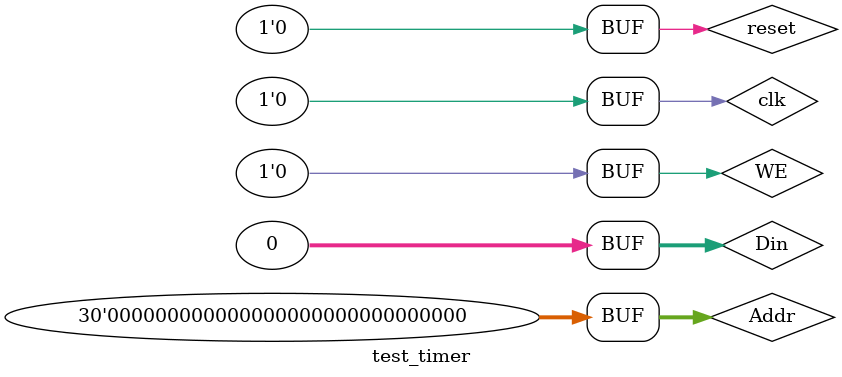
<source format=v>
`timescale 1ns / 1ps


module test_timer;

	// Inputs
	reg clk;
	reg reset;
	reg [31:2] Addr;
	reg WE;
	reg [31:0] Din;

	// Outputs
	wire [31:0] Dout;
	wire IRQ;

	// Instantiate the Unit Under Test (UUT)
	timer uut (
		.clk(clk), 
		.reset(reset), 
		.Addr(Addr), 
		.WE(WE), 
		.Din(Din), 
		.Dout(Dout), 
		.IRQ(IRQ)
	);

	initial begin
		// Initialize Inputs
		clk = 0;
		reset = 0;
		Addr = 0;
		WE = 0;
		Din = 0;

		// Wait 100 ns for global reset to finish
		#100;
        
		// Add stimulus here

	end
      
endmodule


</source>
